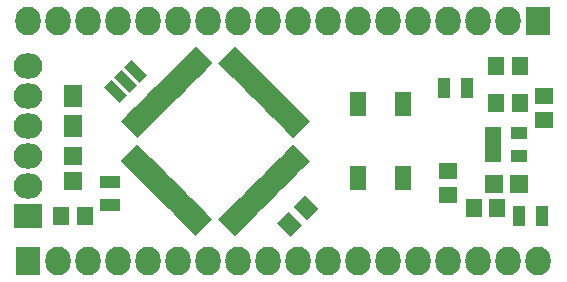
<source format=gts>
%TF.GenerationSoftware,KiCad,Pcbnew,4.0.4-stable*%
%TF.CreationDate,2016-12-07T16:46:42+00:00*%
%TF.ProjectId,mightyduino,6D69676874796475696E6F2E6B696361,1.1*%
%TF.FileFunction,Soldermask,Top*%
%FSLAX46Y46*%
G04 Gerber Fmt 4.6, Leading zero omitted, Abs format (unit mm)*
G04 Created by KiCad (PCBNEW 4.0.4-stable) date Wednesday, 07 '07e' December '07e' 2016, 16:46:42*
%MOMM*%
%LPD*%
G01*
G04 APERTURE LIST*
%ADD10C,0.100000*%
%ADD11R,1.650000X1.400000*%
%ADD12R,1.400000X1.650000*%
%ADD13R,1.598880X1.598880*%
%ADD14R,1.650000X1.900000*%
%ADD15R,2.127200X2.432000*%
%ADD16O,2.127200X2.432000*%
%ADD17R,2.432000X2.127200*%
%ADD18O,2.432000X2.127200*%
%ADD19R,1.700000X1.100000*%
%ADD20R,1.100000X1.700000*%
%ADD21R,1.400000X2.100000*%
%ADD22R,1.460000X1.050000*%
G04 APERTURE END LIST*
D10*
D11*
X165100000Y-113030000D03*
X165100000Y-115030000D03*
D12*
X171180000Y-107315000D03*
X169180000Y-107315000D03*
X171180000Y-104140000D03*
X169180000Y-104140000D03*
D10*
G36*
X151781281Y-118625445D02*
X150614555Y-117458719D01*
X151604505Y-116468769D01*
X152771231Y-117635495D01*
X151781281Y-118625445D01*
X151781281Y-118625445D01*
G37*
G36*
X153195495Y-117211231D02*
X152028769Y-116044505D01*
X153018719Y-115054555D01*
X154185445Y-116221281D01*
X153195495Y-117211231D01*
X153195495Y-117211231D01*
G37*
D12*
X167275000Y-116205000D03*
X169275000Y-116205000D03*
D13*
X133350000Y-113858040D03*
X133350000Y-111760000D03*
D14*
X133350000Y-109200000D03*
X133350000Y-106700000D03*
D10*
G36*
X143060334Y-103157302D02*
X143739156Y-102478480D01*
X145153370Y-103892694D01*
X144474548Y-104571516D01*
X143060334Y-103157302D01*
X143060334Y-103157302D01*
G37*
G36*
X142494649Y-103722988D02*
X143173471Y-103044166D01*
X144587685Y-104458380D01*
X143908863Y-105137202D01*
X142494649Y-103722988D01*
X142494649Y-103722988D01*
G37*
G36*
X141928964Y-104288673D02*
X142607786Y-103609851D01*
X144022000Y-105024065D01*
X143343178Y-105702887D01*
X141928964Y-104288673D01*
X141928964Y-104288673D01*
G37*
G36*
X141363278Y-104854358D02*
X142042100Y-104175536D01*
X143456314Y-105589750D01*
X142777492Y-106268572D01*
X141363278Y-104854358D01*
X141363278Y-104854358D01*
G37*
G36*
X140797593Y-105420044D02*
X141476415Y-104741222D01*
X142890629Y-106155436D01*
X142211807Y-106834258D01*
X140797593Y-105420044D01*
X140797593Y-105420044D01*
G37*
G36*
X140231907Y-105985729D02*
X140910729Y-105306907D01*
X142324943Y-106721121D01*
X141646121Y-107399943D01*
X140231907Y-105985729D01*
X140231907Y-105985729D01*
G37*
G36*
X139666222Y-106551415D02*
X140345044Y-105872593D01*
X141759258Y-107286807D01*
X141080436Y-107965629D01*
X139666222Y-106551415D01*
X139666222Y-106551415D01*
G37*
G36*
X139100536Y-107117100D02*
X139779358Y-106438278D01*
X141193572Y-107852492D01*
X140514750Y-108531314D01*
X139100536Y-107117100D01*
X139100536Y-107117100D01*
G37*
G36*
X138534851Y-107682786D02*
X139213673Y-107003964D01*
X140627887Y-108418178D01*
X139949065Y-109097000D01*
X138534851Y-107682786D01*
X138534851Y-107682786D01*
G37*
G36*
X137969166Y-108248471D02*
X138647988Y-107569649D01*
X140062202Y-108983863D01*
X139383380Y-109662685D01*
X137969166Y-108248471D01*
X137969166Y-108248471D01*
G37*
G36*
X137403480Y-108814156D02*
X138082302Y-108135334D01*
X139496516Y-109549548D01*
X138817694Y-110228370D01*
X137403480Y-108814156D01*
X137403480Y-108814156D01*
G37*
G36*
X138082302Y-112844666D02*
X137403480Y-112165844D01*
X138817694Y-110751630D01*
X139496516Y-111430452D01*
X138082302Y-112844666D01*
X138082302Y-112844666D01*
G37*
G36*
X138647988Y-113410351D02*
X137969166Y-112731529D01*
X139383380Y-111317315D01*
X140062202Y-111996137D01*
X138647988Y-113410351D01*
X138647988Y-113410351D01*
G37*
G36*
X139213673Y-113976036D02*
X138534851Y-113297214D01*
X139949065Y-111883000D01*
X140627887Y-112561822D01*
X139213673Y-113976036D01*
X139213673Y-113976036D01*
G37*
G36*
X139779358Y-114541722D02*
X139100536Y-113862900D01*
X140514750Y-112448686D01*
X141193572Y-113127508D01*
X139779358Y-114541722D01*
X139779358Y-114541722D01*
G37*
G36*
X140345044Y-115107407D02*
X139666222Y-114428585D01*
X141080436Y-113014371D01*
X141759258Y-113693193D01*
X140345044Y-115107407D01*
X140345044Y-115107407D01*
G37*
G36*
X140910729Y-115673093D02*
X140231907Y-114994271D01*
X141646121Y-113580057D01*
X142324943Y-114258879D01*
X140910729Y-115673093D01*
X140910729Y-115673093D01*
G37*
G36*
X141476415Y-116238778D02*
X140797593Y-115559956D01*
X142211807Y-114145742D01*
X142890629Y-114824564D01*
X141476415Y-116238778D01*
X141476415Y-116238778D01*
G37*
G36*
X142042100Y-116804464D02*
X141363278Y-116125642D01*
X142777492Y-114711428D01*
X143456314Y-115390250D01*
X142042100Y-116804464D01*
X142042100Y-116804464D01*
G37*
G36*
X142607786Y-117370149D02*
X141928964Y-116691327D01*
X143343178Y-115277113D01*
X144022000Y-115955935D01*
X142607786Y-117370149D01*
X142607786Y-117370149D01*
G37*
G36*
X143173471Y-117935834D02*
X142494649Y-117257012D01*
X143908863Y-115842798D01*
X144587685Y-116521620D01*
X143173471Y-117935834D01*
X143173471Y-117935834D01*
G37*
G36*
X143739156Y-118501520D02*
X143060334Y-117822698D01*
X144474548Y-116408484D01*
X145153370Y-117087306D01*
X143739156Y-118501520D01*
X143739156Y-118501520D01*
G37*
G36*
X145676630Y-117087306D02*
X146355452Y-116408484D01*
X147769666Y-117822698D01*
X147090844Y-118501520D01*
X145676630Y-117087306D01*
X145676630Y-117087306D01*
G37*
G36*
X146242315Y-116521620D02*
X146921137Y-115842798D01*
X148335351Y-117257012D01*
X147656529Y-117935834D01*
X146242315Y-116521620D01*
X146242315Y-116521620D01*
G37*
G36*
X146808000Y-115955935D02*
X147486822Y-115277113D01*
X148901036Y-116691327D01*
X148222214Y-117370149D01*
X146808000Y-115955935D01*
X146808000Y-115955935D01*
G37*
G36*
X147373686Y-115390250D02*
X148052508Y-114711428D01*
X149466722Y-116125642D01*
X148787900Y-116804464D01*
X147373686Y-115390250D01*
X147373686Y-115390250D01*
G37*
G36*
X147939371Y-114824564D02*
X148618193Y-114145742D01*
X150032407Y-115559956D01*
X149353585Y-116238778D01*
X147939371Y-114824564D01*
X147939371Y-114824564D01*
G37*
G36*
X148505057Y-114258879D02*
X149183879Y-113580057D01*
X150598093Y-114994271D01*
X149919271Y-115673093D01*
X148505057Y-114258879D01*
X148505057Y-114258879D01*
G37*
G36*
X149070742Y-113693193D02*
X149749564Y-113014371D01*
X151163778Y-114428585D01*
X150484956Y-115107407D01*
X149070742Y-113693193D01*
X149070742Y-113693193D01*
G37*
G36*
X149636428Y-113127508D02*
X150315250Y-112448686D01*
X151729464Y-113862900D01*
X151050642Y-114541722D01*
X149636428Y-113127508D01*
X149636428Y-113127508D01*
G37*
G36*
X150202113Y-112561822D02*
X150880935Y-111883000D01*
X152295149Y-113297214D01*
X151616327Y-113976036D01*
X150202113Y-112561822D01*
X150202113Y-112561822D01*
G37*
G36*
X150767798Y-111996137D02*
X151446620Y-111317315D01*
X152860834Y-112731529D01*
X152182012Y-113410351D01*
X150767798Y-111996137D01*
X150767798Y-111996137D01*
G37*
G36*
X151333484Y-111430452D02*
X152012306Y-110751630D01*
X153426520Y-112165844D01*
X152747698Y-112844666D01*
X151333484Y-111430452D01*
X151333484Y-111430452D01*
G37*
G36*
X152012306Y-110228370D02*
X151333484Y-109549548D01*
X152747698Y-108135334D01*
X153426520Y-108814156D01*
X152012306Y-110228370D01*
X152012306Y-110228370D01*
G37*
G36*
X151446620Y-109662685D02*
X150767798Y-108983863D01*
X152182012Y-107569649D01*
X152860834Y-108248471D01*
X151446620Y-109662685D01*
X151446620Y-109662685D01*
G37*
G36*
X150880935Y-109097000D02*
X150202113Y-108418178D01*
X151616327Y-107003964D01*
X152295149Y-107682786D01*
X150880935Y-109097000D01*
X150880935Y-109097000D01*
G37*
G36*
X150315250Y-108531314D02*
X149636428Y-107852492D01*
X151050642Y-106438278D01*
X151729464Y-107117100D01*
X150315250Y-108531314D01*
X150315250Y-108531314D01*
G37*
G36*
X149749564Y-107965629D02*
X149070742Y-107286807D01*
X150484956Y-105872593D01*
X151163778Y-106551415D01*
X149749564Y-107965629D01*
X149749564Y-107965629D01*
G37*
G36*
X149183879Y-107399943D02*
X148505057Y-106721121D01*
X149919271Y-105306907D01*
X150598093Y-105985729D01*
X149183879Y-107399943D01*
X149183879Y-107399943D01*
G37*
G36*
X148618193Y-106834258D02*
X147939371Y-106155436D01*
X149353585Y-104741222D01*
X150032407Y-105420044D01*
X148618193Y-106834258D01*
X148618193Y-106834258D01*
G37*
G36*
X148052508Y-106268572D02*
X147373686Y-105589750D01*
X148787900Y-104175536D01*
X149466722Y-104854358D01*
X148052508Y-106268572D01*
X148052508Y-106268572D01*
G37*
G36*
X147486822Y-105702887D02*
X146808000Y-105024065D01*
X148222214Y-103609851D01*
X148901036Y-104288673D01*
X147486822Y-105702887D01*
X147486822Y-105702887D01*
G37*
G36*
X146921137Y-105137202D02*
X146242315Y-104458380D01*
X147656529Y-103044166D01*
X148335351Y-103722988D01*
X146921137Y-105137202D01*
X146921137Y-105137202D01*
G37*
G36*
X146355452Y-104571516D02*
X145676630Y-103892694D01*
X147090844Y-102478480D01*
X147769666Y-103157302D01*
X146355452Y-104571516D01*
X146355452Y-104571516D01*
G37*
D15*
X172720000Y-100330000D03*
D16*
X170180000Y-100330000D03*
X167640000Y-100330000D03*
X165100000Y-100330000D03*
X162560000Y-100330000D03*
X160020000Y-100330000D03*
X157480000Y-100330000D03*
X154940000Y-100330000D03*
X152400000Y-100330000D03*
X149860000Y-100330000D03*
X147320000Y-100330000D03*
X144780000Y-100330000D03*
X142240000Y-100330000D03*
X139700000Y-100330000D03*
X137160000Y-100330000D03*
X134620000Y-100330000D03*
X132080000Y-100330000D03*
X129540000Y-100330000D03*
D17*
X129540000Y-116840000D03*
D18*
X129540000Y-114300000D03*
X129540000Y-111760000D03*
X129540000Y-109220000D03*
X129540000Y-106680000D03*
X129540000Y-104140000D03*
D15*
X129540000Y-120650000D03*
D16*
X132080000Y-120650000D03*
X134620000Y-120650000D03*
X137160000Y-120650000D03*
X139700000Y-120650000D03*
X142240000Y-120650000D03*
X144780000Y-120650000D03*
X147320000Y-120650000D03*
X149860000Y-120650000D03*
X152400000Y-120650000D03*
X154940000Y-120650000D03*
X157480000Y-120650000D03*
X160020000Y-120650000D03*
X162560000Y-120650000D03*
X165100000Y-120650000D03*
X167640000Y-120650000D03*
X170180000Y-120650000D03*
X172720000Y-120650000D03*
D19*
X136525000Y-113985000D03*
X136525000Y-115885000D03*
D20*
X171135000Y-116840000D03*
X173035000Y-116840000D03*
X166685000Y-106045000D03*
X164785000Y-106045000D03*
D21*
X161285000Y-107340000D03*
X161285000Y-113640000D03*
X157485000Y-107340000D03*
X157485000Y-113640000D03*
D10*
G36*
X137467256Y-104445860D02*
X138810758Y-105789362D01*
X138174362Y-106425758D01*
X136830860Y-105082256D01*
X137467256Y-104445860D01*
X137467256Y-104445860D01*
G37*
G36*
X136618728Y-105294389D02*
X137962230Y-106637891D01*
X137325834Y-107274287D01*
X135982332Y-105930785D01*
X136618728Y-105294389D01*
X136618728Y-105294389D01*
G37*
G36*
X138315785Y-103597332D02*
X139659287Y-104940834D01*
X139022891Y-105577230D01*
X137679389Y-104233728D01*
X138315785Y-103597332D01*
X138315785Y-103597332D01*
G37*
D11*
X173228000Y-108680000D03*
X173228000Y-106680000D03*
D22*
X168910000Y-109860000D03*
X168910000Y-110810000D03*
X168910000Y-111760000D03*
X171110000Y-111760000D03*
X171110000Y-109860000D03*
D12*
X134350000Y-116840000D03*
X132350000Y-116840000D03*
D13*
X171135040Y-114173000D03*
X169037000Y-114173000D03*
M02*

</source>
